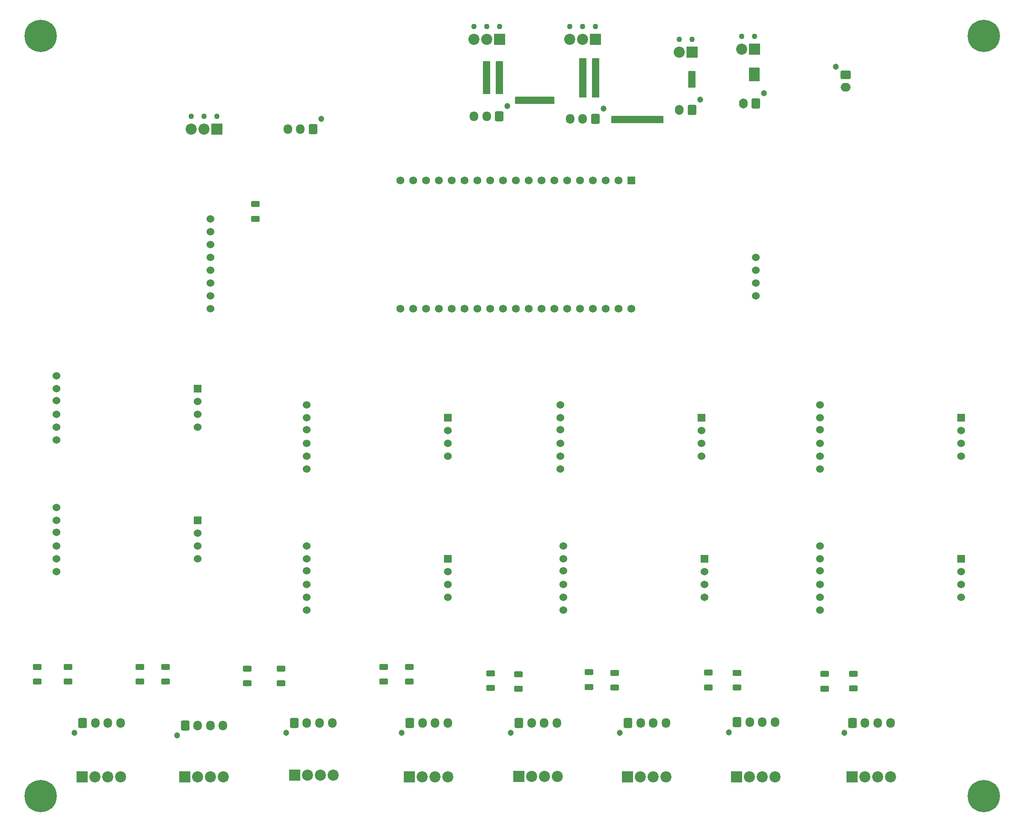
<source format=gbr>
%TF.GenerationSoftware,KiCad,Pcbnew,(6.0.1)*%
%TF.CreationDate,2022-04-06T09:48:50-07:00*%
%TF.ProjectId,EllieBoard,456c6c69-6542-46f6-9172-642e6b696361,rev?*%
%TF.SameCoordinates,Original*%
%TF.FileFunction,Soldermask,Top*%
%TF.FilePolarity,Negative*%
%FSLAX46Y46*%
G04 Gerber Fmt 4.6, Leading zero omitted, Abs format (unit mm)*
G04 Created by KiCad (PCBNEW (6.0.1)) date 2022-04-06 09:48:50*
%MOMM*%
%LPD*%
G01*
G04 APERTURE LIST*
G04 Aperture macros list*
%AMRoundRect*
0 Rectangle with rounded corners*
0 $1 Rounding radius*
0 $2 $3 $4 $5 $6 $7 $8 $9 X,Y pos of 4 corners*
0 Add a 4 corners polygon primitive as box body*
4,1,4,$2,$3,$4,$5,$6,$7,$8,$9,$2,$3,0*
0 Add four circle primitives for the rounded corners*
1,1,$1+$1,$2,$3*
1,1,$1+$1,$4,$5*
1,1,$1+$1,$6,$7*
1,1,$1+$1,$8,$9*
0 Add four rect primitives between the rounded corners*
20,1,$1+$1,$2,$3,$4,$5,0*
20,1,$1+$1,$4,$5,$6,$7,0*
20,1,$1+$1,$6,$7,$8,$9,0*
20,1,$1+$1,$8,$9,$2,$3,0*%
G04 Aperture macros list end*
%ADD10C,0.150000*%
%ADD11C,1.524000*%
%ADD12R,1.524000X1.524000*%
%ADD13RoundRect,0.250000X-0.625000X0.312500X-0.625000X-0.312500X0.625000X-0.312500X0.625000X0.312500X0*%
%ADD14C,1.200000*%
%ADD15RoundRect,0.250000X0.600000X0.725000X-0.600000X0.725000X-0.600000X-0.725000X0.600000X-0.725000X0*%
%ADD16O,1.700000X1.950000*%
%ADD17RoundRect,0.250000X-0.600000X-0.725000X0.600000X-0.725000X0.600000X0.725000X-0.600000X0.725000X0*%
%ADD18R,2.200000X2.200000*%
%ADD19C,2.200000*%
%ADD20RoundRect,0.250000X-0.750000X0.600000X-0.750000X-0.600000X0.750000X-0.600000X0.750000X0.600000X0*%
%ADD21O,2.000000X1.700000*%
%ADD22R,1.560000X1.560000*%
%ADD23C,1.560000*%
%ADD24RoundRect,0.250000X0.625000X-0.312500X0.625000X0.312500X-0.625000X0.312500X-0.625000X-0.312500X0*%
%ADD25C,6.400000*%
%ADD26C,1.100000*%
%ADD27RoundRect,0.250000X0.600000X0.750000X-0.600000X0.750000X-0.600000X-0.750000X0.600000X-0.750000X0*%
%ADD28O,1.700000X2.000000*%
G04 APERTURE END LIST*
D10*
X114300000Y-29845000D02*
X113030000Y-29845000D01*
X113030000Y-29845000D02*
X113030000Y-23495000D01*
X113030000Y-23495000D02*
X114300000Y-23495000D01*
X114300000Y-23495000D02*
X114300000Y-29845000D01*
G36*
X114300000Y-29845000D02*
G01*
X113030000Y-29845000D01*
X113030000Y-23495000D01*
X114300000Y-23495000D01*
X114300000Y-29845000D01*
G37*
X114300000Y-29845000D02*
X113030000Y-29845000D01*
X113030000Y-23495000D01*
X114300000Y-23495000D01*
X114300000Y-29845000D01*
X148590000Y-35560000D02*
X138430000Y-35560000D01*
X138430000Y-35560000D02*
X138430000Y-34290000D01*
X138430000Y-34290000D02*
X148590000Y-34290000D01*
X148590000Y-34290000D02*
X148590000Y-35560000D01*
G36*
X148590000Y-35560000D02*
G01*
X138430000Y-35560000D01*
X138430000Y-34290000D01*
X148590000Y-34290000D01*
X148590000Y-35560000D01*
G37*
X148590000Y-35560000D02*
X138430000Y-35560000D01*
X138430000Y-34290000D01*
X148590000Y-34290000D01*
X148590000Y-35560000D01*
X154940000Y-28575000D02*
X153670000Y-28575000D01*
X153670000Y-28575000D02*
X153670000Y-25400000D01*
X153670000Y-25400000D02*
X154940000Y-25400000D01*
X154940000Y-25400000D02*
X154940000Y-28575000D01*
G36*
X154940000Y-28575000D02*
G01*
X153670000Y-28575000D01*
X153670000Y-25400000D01*
X154940000Y-25400000D01*
X154940000Y-28575000D01*
G37*
X154940000Y-28575000D02*
X153670000Y-28575000D01*
X153670000Y-25400000D01*
X154940000Y-25400000D01*
X154940000Y-28575000D01*
X133350000Y-30480000D02*
X132080000Y-30480000D01*
X132080000Y-30480000D02*
X132080000Y-22860000D01*
X132080000Y-22860000D02*
X133350000Y-22860000D01*
X133350000Y-22860000D02*
X133350000Y-30480000D01*
G36*
X133350000Y-30480000D02*
G01*
X132080000Y-30480000D01*
X132080000Y-22860000D01*
X133350000Y-22860000D01*
X133350000Y-30480000D01*
G37*
X133350000Y-30480000D02*
X132080000Y-30480000D01*
X132080000Y-22860000D01*
X133350000Y-22860000D01*
X133350000Y-30480000D01*
X127000000Y-31750000D02*
X119380000Y-31750000D01*
X119380000Y-31750000D02*
X119380000Y-30480000D01*
X119380000Y-30480000D02*
X127000000Y-30480000D01*
X127000000Y-30480000D02*
X127000000Y-31750000D01*
G36*
X127000000Y-31750000D02*
G01*
X119380000Y-31750000D01*
X119380000Y-30480000D01*
X127000000Y-30480000D01*
X127000000Y-31750000D01*
G37*
X127000000Y-31750000D02*
X119380000Y-31750000D01*
X119380000Y-30480000D01*
X127000000Y-30480000D01*
X127000000Y-31750000D01*
X116840000Y-29845000D02*
X115570000Y-29845000D01*
X115570000Y-29845000D02*
X115570000Y-23495000D01*
X115570000Y-23495000D02*
X116840000Y-23495000D01*
X116840000Y-23495000D02*
X116840000Y-29845000D01*
G36*
X116840000Y-29845000D02*
G01*
X115570000Y-29845000D01*
X115570000Y-23495000D01*
X116840000Y-23495000D01*
X116840000Y-29845000D01*
G37*
X116840000Y-29845000D02*
X115570000Y-29845000D01*
X115570000Y-23495000D01*
X116840000Y-23495000D01*
X116840000Y-29845000D01*
X167640000Y-27305000D02*
X165735000Y-27305000D01*
X165735000Y-27305000D02*
X165735000Y-24765000D01*
X165735000Y-24765000D02*
X167640000Y-24765000D01*
X167640000Y-24765000D02*
X167640000Y-27305000D01*
G36*
X167640000Y-27305000D02*
G01*
X165735000Y-27305000D01*
X165735000Y-24765000D01*
X167640000Y-24765000D01*
X167640000Y-27305000D01*
G37*
X167640000Y-27305000D02*
X165735000Y-27305000D01*
X165735000Y-24765000D01*
X167640000Y-24765000D01*
X167640000Y-27305000D01*
X135890000Y-30480000D02*
X134620000Y-30480000D01*
X134620000Y-30480000D02*
X134620000Y-22860000D01*
X134620000Y-22860000D02*
X135890000Y-22860000D01*
X135890000Y-22860000D02*
X135890000Y-30480000D01*
G36*
X135890000Y-30480000D02*
G01*
X134620000Y-30480000D01*
X134620000Y-22860000D01*
X135890000Y-22860000D01*
X135890000Y-30480000D01*
G37*
X135890000Y-30480000D02*
X134620000Y-30480000D01*
X134620000Y-22860000D01*
X135890000Y-22860000D01*
X135890000Y-30480000D01*
D11*
%TO.C,HX711 Breakout 6*%
X78105000Y-119380000D03*
X78105000Y-121920000D03*
X78083895Y-124289146D03*
X78105000Y-127000000D03*
X78105000Y-129540000D03*
X78105000Y-132080000D03*
D12*
X106045000Y-121920000D03*
D11*
X106045000Y-124460000D03*
X106045000Y-127000000D03*
X106045000Y-129540000D03*
%TD*%
D13*
%TO.C,R15*%
X133985000Y-144395000D03*
X133985000Y-147320000D03*
%TD*%
D14*
%TO.C,Servo 1 *%
X117805000Y-32290000D03*
D15*
X116205000Y-34290000D03*
D16*
X113705000Y-34290000D03*
X111205000Y-34290000D03*
%TD*%
D14*
%TO.C,Load Cell 8*%
X184510000Y-156415000D03*
D17*
X186110000Y-154415000D03*
D16*
X188610000Y-154415000D03*
X191110000Y-154415000D03*
X193610000Y-154415000D03*
%TD*%
D18*
%TO.C,Load Cell Backup 2*%
X53970000Y-165100000D03*
D19*
X56510000Y-165100000D03*
X59050000Y-165100000D03*
X61590000Y-165100000D03*
%TD*%
D11*
%TO.C,HX711 Breakout 4*%
X179705000Y-91440000D03*
X179705000Y-93980000D03*
X179683895Y-96349146D03*
X179705000Y-99060000D03*
X179705000Y-101600000D03*
X179705000Y-104140000D03*
D12*
X207645000Y-93980000D03*
D11*
X207645000Y-96520000D03*
X207645000Y-99060000D03*
X207645000Y-101600000D03*
%TD*%
%TO.C,HX711 Breakout 1*%
X28575000Y-85725000D03*
X28575000Y-88265000D03*
X28553895Y-90634146D03*
X28575000Y-93345000D03*
X28575000Y-95885000D03*
X28575000Y-98425000D03*
D12*
X56515000Y-88265000D03*
D11*
X56515000Y-90805000D03*
X56515000Y-93345000D03*
X56515000Y-95885000D03*
%TD*%
D14*
%TO.C,Battery*%
X182785000Y-24475000D03*
D20*
X184785000Y-26075000D03*
D21*
X184785000Y-28575000D03*
%TD*%
D13*
%TO.C,R4*%
X93345000Y-143317500D03*
X93345000Y-146242500D03*
%TD*%
D18*
%TO.C,Load Cell Backup 6*%
X120077983Y-165019965D03*
D19*
X122617983Y-165019965D03*
X125157983Y-165019965D03*
X127697983Y-165019965D03*
%TD*%
D13*
%TO.C,R17*%
X66296168Y-143666926D03*
X66296168Y-146591926D03*
%TD*%
D14*
%TO.C,Load Cell 2*%
X52410000Y-156940000D03*
D17*
X54010000Y-154940000D03*
D16*
X56510000Y-154940000D03*
X59010000Y-154940000D03*
X61510000Y-154940000D03*
%TD*%
D22*
%TO.C,ESP32*%
X142315000Y-46990000D03*
D23*
X139775000Y-46990000D03*
X137235000Y-46990000D03*
X134695000Y-46990000D03*
X132155000Y-46990000D03*
X129615000Y-46990000D03*
X127075000Y-46990000D03*
X124535000Y-46990000D03*
X121995000Y-46990000D03*
X119455000Y-46990000D03*
X116915000Y-46990000D03*
X114375000Y-46990000D03*
X111835000Y-46990000D03*
X109295000Y-46990000D03*
X106755000Y-46990000D03*
X104215000Y-46990000D03*
X101675000Y-46990000D03*
X99135000Y-46990000D03*
X96595000Y-46990000D03*
X142315000Y-72390000D03*
X139775000Y-72390000D03*
X137235000Y-72390000D03*
X134695000Y-72390000D03*
X132155000Y-72390000D03*
X129615000Y-72390000D03*
X127075000Y-72390000D03*
X124535000Y-72390000D03*
X121995000Y-72390000D03*
X119455000Y-72390000D03*
X116915000Y-72390000D03*
X114375000Y-72390000D03*
X111835000Y-72390000D03*
X109295000Y-72390000D03*
X106755000Y-72390000D03*
X104215000Y-72390000D03*
X101675000Y-72390000D03*
X99135000Y-72390000D03*
X96595000Y-72390000D03*
%TD*%
D24*
%TO.C,R1*%
X30850000Y-146242500D03*
X30850000Y-143317500D03*
%TD*%
D11*
%TO.C,HX711 Breakout 2*%
X78105000Y-91440000D03*
X78105000Y-93980000D03*
X78083895Y-96349146D03*
X78105000Y-99060000D03*
X78105000Y-101600000D03*
X78105000Y-104140000D03*
D12*
X106045000Y-93980000D03*
D11*
X106045000Y-96520000D03*
X106045000Y-99060000D03*
X106045000Y-101600000D03*
%TD*%
D24*
%TO.C,R12*%
X186323986Y-147602162D03*
X186323986Y-144677162D03*
%TD*%
D14*
%TO.C,Flow Meter *%
X80935000Y-34830000D03*
D15*
X79335000Y-36830000D03*
D16*
X76835000Y-36830000D03*
X74335000Y-36830000D03*
%TD*%
D24*
%TO.C,R3*%
X98425000Y-146242500D03*
X98425000Y-143317500D03*
%TD*%
D11*
%TO.C,HX711 Breakout 3*%
X128270000Y-91440000D03*
X128270000Y-93980000D03*
X128248895Y-96349146D03*
X128270000Y-99060000D03*
X128270000Y-101600000D03*
X128270000Y-104140000D03*
D12*
X156210000Y-93980000D03*
D11*
X156210000Y-96520000D03*
X156210000Y-99060000D03*
X156210000Y-101600000D03*
%TD*%
D25*
%TO.C,REF\u002A\u002A*%
X25400000Y-18415000D03*
%TD*%
D13*
%TO.C,R9*%
X67945000Y-51685000D03*
X67945000Y-54610000D03*
%TD*%
D11*
%TO.C,HX711 Breakout 8*%
X179705000Y-119380000D03*
X179705000Y-121920000D03*
X179683895Y-124289146D03*
X179705000Y-127000000D03*
X179705000Y-129540000D03*
X179705000Y-132080000D03*
D12*
X207645000Y-121920000D03*
D11*
X207645000Y-124460000D03*
X207645000Y-127000000D03*
X207645000Y-129540000D03*
%TD*%
D25*
%TO.C,*%
X212090000Y-168910000D03*
%TD*%
D24*
%TO.C,R5*%
X163210890Y-147422837D03*
X163210890Y-144497837D03*
%TD*%
D14*
%TO.C,Servo 2 *%
X136815000Y-32815000D03*
D15*
X135215000Y-34815000D03*
D16*
X132715000Y-34815000D03*
X130215000Y-34815000D03*
%TD*%
D14*
%TO.C,Load Cell 7*%
X161665000Y-156270536D03*
D17*
X163265000Y-154270536D03*
D16*
X165765000Y-154270536D03*
X168265000Y-154270536D03*
X170765000Y-154270536D03*
%TD*%
D24*
%TO.C,R10*%
X50165000Y-146242500D03*
X50165000Y-143317500D03*
%TD*%
D18*
%TO.C,Load Cell Backup 8*%
X163185000Y-165100000D03*
D19*
X165725000Y-165100000D03*
X168265000Y-165100000D03*
X170805000Y-165100000D03*
%TD*%
D24*
%TO.C,R14*%
X139028114Y-147425553D03*
X139028114Y-144500553D03*
%TD*%
D11*
%TO.C,HX711 Breakout 7*%
X128905000Y-119380000D03*
X128905000Y-121920000D03*
X128883895Y-124289146D03*
X128905000Y-127000000D03*
X128905000Y-129540000D03*
X128905000Y-132080000D03*
D12*
X156845000Y-121920000D03*
D11*
X156845000Y-124460000D03*
X156845000Y-127000000D03*
X156845000Y-129540000D03*
%TD*%
D26*
%TO.C,Igniter 1 Backup*%
X154345000Y-19050000D03*
X151805000Y-19050000D03*
D18*
X154345000Y-21590000D03*
D19*
X151805000Y-21590000D03*
%TD*%
D26*
%TO.C,Igniter 2 Backup*%
X164215000Y-18510000D03*
X166755000Y-18510000D03*
D18*
X166755000Y-21050000D03*
D19*
X164215000Y-21050000D03*
%TD*%
D14*
%TO.C,Load Cell 3*%
X74020000Y-156415000D03*
D17*
X75620000Y-154415000D03*
D16*
X78120000Y-154415000D03*
X80620000Y-154415000D03*
X83120000Y-154415000D03*
%TD*%
D18*
%TO.C,Load Cell Backup 3*%
X75665656Y-164765581D03*
D19*
X78205656Y-164765581D03*
X80745656Y-164765581D03*
X83285656Y-164765581D03*
%TD*%
D18*
%TO.C,Load Cell Backup 4*%
X98425000Y-165100000D03*
D19*
X100965000Y-165100000D03*
X103505000Y-165100000D03*
X106045000Y-165100000D03*
%TD*%
D14*
%TO.C,Igniter 2 *%
X168605000Y-29750000D03*
D27*
X167005000Y-31750000D03*
D28*
X164505000Y-31750000D03*
%TD*%
D24*
%TO.C,R16*%
X73025000Y-146591926D03*
X73025000Y-143666926D03*
%TD*%
D13*
%TO.C,R6*%
X157567400Y-144460952D03*
X157567400Y-147385952D03*
%TD*%
D18*
%TO.C,Load Cell Backup 9*%
X186045000Y-165100000D03*
D19*
X188585000Y-165100000D03*
X191125000Y-165100000D03*
X193665000Y-165100000D03*
%TD*%
D13*
%TO.C,R2*%
X24765000Y-143317500D03*
X24765000Y-146242500D03*
%TD*%
D14*
%TO.C,Load Cell 5*%
X118475000Y-156415000D03*
D17*
X120075000Y-154415000D03*
D16*
X122575000Y-154415000D03*
X125075000Y-154415000D03*
X127575000Y-154415000D03*
%TD*%
D11*
%TO.C,Relay Board*%
X167005000Y-69850000D03*
X167005000Y-67310000D03*
X167005000Y-64770000D03*
X167005000Y-62230000D03*
%TD*%
D14*
%TO.C,Igniter 1 *%
X155945000Y-31020000D03*
D27*
X154345000Y-33020000D03*
D28*
X151845000Y-33020000D03*
%TD*%
D13*
%TO.C,R8*%
X114480658Y-144585992D03*
X114480658Y-147510992D03*
%TD*%
D24*
%TO.C,R7*%
X119964311Y-147696047D03*
X119964311Y-144771047D03*
%TD*%
D26*
%TO.C,Flow Meter Backup*%
X60325000Y-34290000D03*
X57785000Y-34290000D03*
X55245000Y-34290000D03*
D18*
X60325000Y-36830000D03*
D19*
X57785000Y-36830000D03*
X55245000Y-36830000D03*
%TD*%
D11*
%TO.C,HX711 Breakout 5*%
X28575000Y-111760000D03*
X28575000Y-114300000D03*
X28553895Y-116669146D03*
X28575000Y-119380000D03*
X28575000Y-121920000D03*
X28575000Y-124460000D03*
D12*
X56515000Y-114300000D03*
D11*
X56515000Y-116840000D03*
X56515000Y-119380000D03*
X56515000Y-121920000D03*
%TD*%
D26*
%TO.C,Servo 2 Backup*%
X135255000Y-16510000D03*
X132715000Y-16510000D03*
X130175000Y-16510000D03*
D18*
X135255000Y-19050000D03*
D19*
X132715000Y-19050000D03*
X130175000Y-19050000D03*
%TD*%
D13*
%TO.C,R13*%
X45085000Y-143317500D03*
X45085000Y-146242500D03*
%TD*%
D25*
%TO.C,*%
X212090000Y-18415000D03*
%TD*%
D11*
%TO.C,SD Card Reader*%
X59055000Y-54610000D03*
X59055000Y-57150000D03*
X59055000Y-59690000D03*
X59055000Y-62230000D03*
X59055000Y-64770000D03*
X59055000Y-67310000D03*
X59055000Y-69850000D03*
X59055000Y-72390000D03*
%TD*%
D14*
%TO.C,Load Cell 6*%
X140070000Y-156415000D03*
D17*
X141670000Y-154415000D03*
D16*
X144170000Y-154415000D03*
X146670000Y-154415000D03*
X149170000Y-154415000D03*
%TD*%
D25*
%TO.C,*%
X25400000Y-168910000D03*
%TD*%
D18*
%TO.C,Load Cell Backup 7*%
X141605000Y-165100000D03*
D19*
X144145000Y-165100000D03*
X146685000Y-165100000D03*
X149225000Y-165100000D03*
%TD*%
D13*
%TO.C,R11*%
X180569838Y-144714047D03*
X180569838Y-147639047D03*
%TD*%
D14*
%TO.C,Load Cell 1*%
X32115000Y-156415000D03*
D17*
X33715000Y-154415000D03*
D16*
X36215000Y-154415000D03*
X38715000Y-154415000D03*
X41215000Y-154415000D03*
%TD*%
D14*
%TO.C,Load Cell 4*%
X96890000Y-156415000D03*
D17*
X98490000Y-154415000D03*
D16*
X100990000Y-154415000D03*
X103490000Y-154415000D03*
X105990000Y-154415000D03*
%TD*%
D18*
%TO.C,Load Cell Backup 1*%
X33650000Y-165100000D03*
D19*
X36190000Y-165100000D03*
X38730000Y-165100000D03*
X41270000Y-165100000D03*
%TD*%
D26*
%TO.C,Servo 1 Backup*%
X113745000Y-16510000D03*
X116285000Y-16510000D03*
X111205000Y-16510000D03*
D18*
X116285000Y-19050000D03*
D19*
X113745000Y-19050000D03*
X111205000Y-19050000D03*
%TD*%
M02*

</source>
